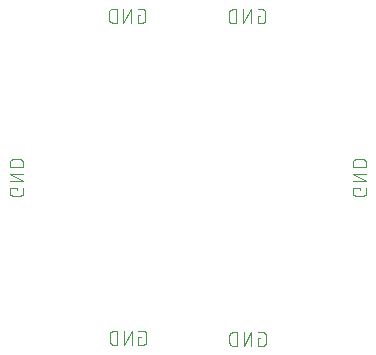
<source format=gbr>
G04 EAGLE Gerber X2 export*
%TF.Part,Single*%
%TF.FileFunction,Legend,Bot,1*%
%TF.FilePolarity,Positive*%
%TF.GenerationSoftware,Autodesk,EAGLE,8.7.1*%
%TF.CreationDate,2018-07-15T20:21:34Z*%
G75*
%MOMM*%
%FSLAX34Y34*%
%LPD*%
%AMOC8*
5,1,8,0,0,1.08239X$1,22.5*%
G01*
%ADD10C,0.101600*%


D10*
X407088Y483217D02*
X405140Y483217D01*
X405140Y476726D01*
X409035Y476726D01*
X409134Y476728D01*
X409234Y476734D01*
X409333Y476743D01*
X409431Y476756D01*
X409529Y476773D01*
X409627Y476794D01*
X409723Y476819D01*
X409818Y476847D01*
X409912Y476879D01*
X410005Y476914D01*
X410097Y476953D01*
X410187Y476996D01*
X410275Y477041D01*
X410362Y477091D01*
X410446Y477143D01*
X410529Y477199D01*
X410609Y477257D01*
X410687Y477319D01*
X410762Y477384D01*
X410835Y477452D01*
X410905Y477522D01*
X410973Y477595D01*
X411038Y477670D01*
X411100Y477748D01*
X411158Y477828D01*
X411214Y477911D01*
X411266Y477995D01*
X411316Y478082D01*
X411361Y478170D01*
X411404Y478260D01*
X411443Y478352D01*
X411478Y478445D01*
X411510Y478539D01*
X411538Y478634D01*
X411563Y478730D01*
X411584Y478828D01*
X411601Y478926D01*
X411614Y479024D01*
X411623Y479123D01*
X411629Y479223D01*
X411631Y479322D01*
X411632Y479322D02*
X411632Y485814D01*
X411631Y485814D02*
X411629Y485913D01*
X411623Y486013D01*
X411614Y486112D01*
X411601Y486210D01*
X411584Y486308D01*
X411563Y486406D01*
X411538Y486502D01*
X411510Y486597D01*
X411478Y486691D01*
X411443Y486784D01*
X411404Y486876D01*
X411361Y486966D01*
X411316Y487054D01*
X411266Y487141D01*
X411214Y487225D01*
X411158Y487308D01*
X411100Y487388D01*
X411038Y487466D01*
X410973Y487541D01*
X410905Y487614D01*
X410835Y487684D01*
X410762Y487752D01*
X410687Y487817D01*
X410609Y487879D01*
X410529Y487937D01*
X410446Y487993D01*
X410362Y488045D01*
X410275Y488095D01*
X410187Y488140D01*
X410097Y488183D01*
X410005Y488222D01*
X409912Y488257D01*
X409818Y488289D01*
X409723Y488317D01*
X409627Y488342D01*
X409529Y488363D01*
X409431Y488380D01*
X409333Y488393D01*
X409234Y488402D01*
X409134Y488408D01*
X409035Y488410D01*
X405140Y488410D01*
X399440Y488410D02*
X399440Y476726D01*
X392948Y476726D02*
X399440Y488410D01*
X392948Y488410D02*
X392948Y476726D01*
X387248Y476726D02*
X387248Y488410D01*
X384002Y488410D01*
X383889Y488408D01*
X383776Y488402D01*
X383663Y488392D01*
X383550Y488378D01*
X383438Y488361D01*
X383327Y488339D01*
X383217Y488314D01*
X383107Y488284D01*
X382999Y488251D01*
X382892Y488214D01*
X382786Y488174D01*
X382682Y488129D01*
X382579Y488081D01*
X382478Y488030D01*
X382379Y487975D01*
X382282Y487917D01*
X382187Y487855D01*
X382094Y487790D01*
X382004Y487722D01*
X381916Y487651D01*
X381830Y487576D01*
X381747Y487499D01*
X381667Y487419D01*
X381590Y487336D01*
X381515Y487250D01*
X381444Y487162D01*
X381376Y487072D01*
X381311Y486979D01*
X381249Y486884D01*
X381191Y486787D01*
X381136Y486688D01*
X381085Y486587D01*
X381037Y486484D01*
X380992Y486380D01*
X380952Y486274D01*
X380915Y486167D01*
X380882Y486059D01*
X380852Y485949D01*
X380827Y485839D01*
X380805Y485728D01*
X380788Y485616D01*
X380774Y485503D01*
X380764Y485390D01*
X380758Y485277D01*
X380756Y485164D01*
X380756Y479972D01*
X380758Y479859D01*
X380764Y479746D01*
X380774Y479633D01*
X380788Y479520D01*
X380805Y479408D01*
X380827Y479297D01*
X380852Y479187D01*
X380882Y479077D01*
X380915Y478969D01*
X380952Y478862D01*
X380992Y478756D01*
X381037Y478652D01*
X381085Y478549D01*
X381136Y478448D01*
X381191Y478349D01*
X381249Y478252D01*
X381311Y478157D01*
X381376Y478064D01*
X381444Y477974D01*
X381515Y477886D01*
X381590Y477800D01*
X381667Y477717D01*
X381747Y477637D01*
X381830Y477560D01*
X381916Y477485D01*
X382004Y477414D01*
X382094Y477346D01*
X382187Y477281D01*
X382282Y477219D01*
X382379Y477161D01*
X382478Y477106D01*
X382579Y477055D01*
X382682Y477007D01*
X382786Y476962D01*
X382892Y476922D01*
X382999Y476885D01*
X383107Y476852D01*
X383217Y476822D01*
X383327Y476797D01*
X383438Y476775D01*
X383550Y476758D01*
X383663Y476744D01*
X383776Y476734D01*
X383889Y476728D01*
X384002Y476726D01*
X387248Y476726D01*
X492049Y337254D02*
X492049Y335306D01*
X492049Y337254D02*
X485558Y337254D01*
X485558Y333359D01*
X485560Y333260D01*
X485566Y333160D01*
X485575Y333061D01*
X485588Y332963D01*
X485605Y332865D01*
X485626Y332767D01*
X485651Y332671D01*
X485679Y332576D01*
X485711Y332482D01*
X485746Y332389D01*
X485785Y332297D01*
X485828Y332207D01*
X485873Y332119D01*
X485923Y332032D01*
X485975Y331948D01*
X486031Y331865D01*
X486089Y331785D01*
X486151Y331707D01*
X486216Y331632D01*
X486284Y331559D01*
X486354Y331489D01*
X486427Y331421D01*
X486502Y331356D01*
X486580Y331294D01*
X486660Y331236D01*
X486743Y331180D01*
X486827Y331128D01*
X486914Y331078D01*
X487002Y331033D01*
X487092Y330990D01*
X487184Y330951D01*
X487277Y330916D01*
X487371Y330884D01*
X487466Y330856D01*
X487562Y330831D01*
X487660Y330810D01*
X487758Y330793D01*
X487856Y330780D01*
X487955Y330771D01*
X488055Y330765D01*
X488154Y330763D01*
X494646Y330763D01*
X494745Y330765D01*
X494845Y330771D01*
X494944Y330780D01*
X495042Y330793D01*
X495140Y330810D01*
X495238Y330831D01*
X495334Y330856D01*
X495429Y330884D01*
X495523Y330916D01*
X495616Y330951D01*
X495708Y330990D01*
X495798Y331033D01*
X495886Y331078D01*
X495973Y331128D01*
X496057Y331180D01*
X496140Y331236D01*
X496220Y331294D01*
X496298Y331356D01*
X496373Y331421D01*
X496446Y331489D01*
X496516Y331559D01*
X496584Y331632D01*
X496649Y331707D01*
X496711Y331785D01*
X496769Y331865D01*
X496825Y331948D01*
X496877Y332032D01*
X496927Y332119D01*
X496972Y332207D01*
X497015Y332297D01*
X497054Y332389D01*
X497089Y332481D01*
X497121Y332576D01*
X497149Y332671D01*
X497174Y332767D01*
X497195Y332865D01*
X497212Y332963D01*
X497225Y333061D01*
X497234Y333160D01*
X497240Y333260D01*
X497242Y333359D01*
X497242Y337254D01*
X497242Y342954D02*
X485558Y342954D01*
X485558Y349446D02*
X497242Y342954D01*
X497242Y349446D02*
X485558Y349446D01*
X485558Y355146D02*
X497242Y355146D01*
X497242Y358392D01*
X497240Y358505D01*
X497234Y358618D01*
X497224Y358731D01*
X497210Y358844D01*
X497193Y358956D01*
X497171Y359067D01*
X497146Y359177D01*
X497116Y359287D01*
X497083Y359395D01*
X497046Y359502D01*
X497006Y359608D01*
X496961Y359712D01*
X496913Y359815D01*
X496862Y359916D01*
X496807Y360015D01*
X496749Y360112D01*
X496687Y360207D01*
X496622Y360300D01*
X496554Y360390D01*
X496483Y360478D01*
X496408Y360564D01*
X496331Y360647D01*
X496251Y360727D01*
X496168Y360804D01*
X496082Y360879D01*
X495994Y360950D01*
X495904Y361018D01*
X495811Y361083D01*
X495716Y361145D01*
X495619Y361203D01*
X495520Y361258D01*
X495419Y361309D01*
X495316Y361357D01*
X495212Y361402D01*
X495106Y361442D01*
X494999Y361479D01*
X494891Y361512D01*
X494781Y361542D01*
X494671Y361567D01*
X494560Y361589D01*
X494448Y361606D01*
X494335Y361620D01*
X494222Y361630D01*
X494109Y361636D01*
X493996Y361638D01*
X488804Y361638D01*
X488691Y361636D01*
X488578Y361630D01*
X488465Y361620D01*
X488352Y361606D01*
X488240Y361589D01*
X488129Y361567D01*
X488019Y361542D01*
X487909Y361512D01*
X487801Y361479D01*
X487694Y361442D01*
X487588Y361402D01*
X487484Y361357D01*
X487381Y361309D01*
X487280Y361258D01*
X487181Y361203D01*
X487084Y361145D01*
X486989Y361083D01*
X486896Y361018D01*
X486806Y360950D01*
X486718Y360879D01*
X486632Y360804D01*
X486549Y360727D01*
X486469Y360647D01*
X486392Y360564D01*
X486317Y360478D01*
X486246Y360390D01*
X486178Y360300D01*
X486113Y360207D01*
X486051Y360112D01*
X485993Y360015D01*
X485938Y359916D01*
X485887Y359815D01*
X485839Y359712D01*
X485794Y359608D01*
X485754Y359502D01*
X485717Y359395D01*
X485684Y359287D01*
X485654Y359177D01*
X485629Y359067D01*
X485607Y358956D01*
X485590Y358844D01*
X485576Y358731D01*
X485566Y358618D01*
X485560Y358505D01*
X485558Y358392D01*
X485558Y355146D01*
X407596Y209973D02*
X405648Y209973D01*
X405648Y203482D01*
X409543Y203482D01*
X409642Y203484D01*
X409742Y203490D01*
X409841Y203499D01*
X409939Y203512D01*
X410037Y203529D01*
X410135Y203550D01*
X410231Y203575D01*
X410326Y203603D01*
X410420Y203635D01*
X410513Y203670D01*
X410605Y203709D01*
X410695Y203752D01*
X410783Y203797D01*
X410870Y203847D01*
X410954Y203899D01*
X411037Y203955D01*
X411117Y204013D01*
X411195Y204075D01*
X411270Y204140D01*
X411343Y204208D01*
X411413Y204278D01*
X411481Y204351D01*
X411546Y204426D01*
X411608Y204504D01*
X411666Y204584D01*
X411722Y204667D01*
X411774Y204751D01*
X411824Y204838D01*
X411869Y204926D01*
X411912Y205016D01*
X411951Y205108D01*
X411986Y205201D01*
X412018Y205295D01*
X412046Y205390D01*
X412071Y205486D01*
X412092Y205584D01*
X412109Y205682D01*
X412122Y205780D01*
X412131Y205879D01*
X412137Y205979D01*
X412139Y206078D01*
X412140Y206078D02*
X412140Y212570D01*
X412139Y212570D02*
X412137Y212669D01*
X412131Y212769D01*
X412122Y212868D01*
X412109Y212966D01*
X412092Y213064D01*
X412071Y213162D01*
X412046Y213258D01*
X412018Y213353D01*
X411986Y213447D01*
X411951Y213540D01*
X411912Y213632D01*
X411869Y213722D01*
X411824Y213810D01*
X411774Y213897D01*
X411722Y213981D01*
X411666Y214064D01*
X411608Y214144D01*
X411546Y214222D01*
X411481Y214297D01*
X411413Y214370D01*
X411343Y214440D01*
X411270Y214508D01*
X411195Y214573D01*
X411117Y214635D01*
X411037Y214693D01*
X410954Y214749D01*
X410870Y214801D01*
X410783Y214851D01*
X410695Y214896D01*
X410605Y214939D01*
X410513Y214978D01*
X410420Y215013D01*
X410326Y215045D01*
X410231Y215073D01*
X410135Y215098D01*
X410037Y215119D01*
X409939Y215136D01*
X409841Y215149D01*
X409742Y215158D01*
X409642Y215164D01*
X409543Y215166D01*
X405648Y215166D01*
X399948Y215166D02*
X399948Y203482D01*
X393456Y203482D02*
X399948Y215166D01*
X393456Y215166D02*
X393456Y203482D01*
X387756Y203482D02*
X387756Y215166D01*
X384510Y215166D01*
X384397Y215164D01*
X384284Y215158D01*
X384171Y215148D01*
X384058Y215134D01*
X383946Y215117D01*
X383835Y215095D01*
X383725Y215070D01*
X383615Y215040D01*
X383507Y215007D01*
X383400Y214970D01*
X383294Y214930D01*
X383190Y214885D01*
X383087Y214837D01*
X382986Y214786D01*
X382887Y214731D01*
X382790Y214673D01*
X382695Y214611D01*
X382602Y214546D01*
X382512Y214478D01*
X382424Y214407D01*
X382338Y214332D01*
X382255Y214255D01*
X382175Y214175D01*
X382098Y214092D01*
X382023Y214006D01*
X381952Y213918D01*
X381884Y213828D01*
X381819Y213735D01*
X381757Y213640D01*
X381699Y213543D01*
X381644Y213444D01*
X381593Y213343D01*
X381545Y213240D01*
X381500Y213136D01*
X381460Y213030D01*
X381423Y212923D01*
X381390Y212815D01*
X381360Y212705D01*
X381335Y212595D01*
X381313Y212484D01*
X381296Y212372D01*
X381282Y212259D01*
X381272Y212146D01*
X381266Y212033D01*
X381264Y211920D01*
X381264Y206728D01*
X381266Y206615D01*
X381272Y206502D01*
X381282Y206389D01*
X381296Y206276D01*
X381313Y206164D01*
X381335Y206053D01*
X381360Y205943D01*
X381390Y205833D01*
X381423Y205725D01*
X381460Y205618D01*
X381500Y205512D01*
X381545Y205408D01*
X381593Y205305D01*
X381644Y205204D01*
X381699Y205105D01*
X381757Y205008D01*
X381819Y204913D01*
X381884Y204820D01*
X381952Y204730D01*
X382023Y204642D01*
X382098Y204556D01*
X382175Y204473D01*
X382255Y204393D01*
X382338Y204316D01*
X382424Y204241D01*
X382512Y204170D01*
X382602Y204102D01*
X382695Y204037D01*
X382790Y203975D01*
X382887Y203917D01*
X382986Y203862D01*
X383087Y203811D01*
X383190Y203763D01*
X383294Y203718D01*
X383400Y203678D01*
X383507Y203641D01*
X383615Y203608D01*
X383725Y203578D01*
X383835Y203553D01*
X383946Y203531D01*
X384058Y203514D01*
X384171Y203500D01*
X384284Y203490D01*
X384397Y203484D01*
X384510Y203482D01*
X387756Y203482D01*
X201649Y335306D02*
X201649Y337254D01*
X195158Y337254D01*
X195158Y333359D01*
X195160Y333260D01*
X195166Y333160D01*
X195175Y333061D01*
X195188Y332963D01*
X195205Y332865D01*
X195226Y332767D01*
X195251Y332671D01*
X195279Y332576D01*
X195311Y332482D01*
X195346Y332389D01*
X195385Y332297D01*
X195428Y332207D01*
X195473Y332119D01*
X195523Y332032D01*
X195575Y331948D01*
X195631Y331865D01*
X195689Y331785D01*
X195751Y331707D01*
X195816Y331632D01*
X195884Y331559D01*
X195954Y331489D01*
X196027Y331421D01*
X196102Y331356D01*
X196180Y331294D01*
X196260Y331236D01*
X196343Y331180D01*
X196427Y331128D01*
X196514Y331078D01*
X196602Y331033D01*
X196692Y330990D01*
X196784Y330951D01*
X196877Y330916D01*
X196971Y330884D01*
X197066Y330856D01*
X197162Y330831D01*
X197260Y330810D01*
X197358Y330793D01*
X197456Y330780D01*
X197555Y330771D01*
X197655Y330765D01*
X197754Y330763D01*
X204246Y330763D01*
X204345Y330765D01*
X204445Y330771D01*
X204544Y330780D01*
X204642Y330793D01*
X204740Y330810D01*
X204838Y330831D01*
X204934Y330856D01*
X205029Y330884D01*
X205123Y330916D01*
X205216Y330951D01*
X205308Y330990D01*
X205398Y331033D01*
X205486Y331078D01*
X205573Y331128D01*
X205657Y331180D01*
X205740Y331236D01*
X205820Y331294D01*
X205898Y331356D01*
X205973Y331421D01*
X206046Y331489D01*
X206116Y331559D01*
X206184Y331632D01*
X206249Y331707D01*
X206311Y331785D01*
X206369Y331865D01*
X206425Y331948D01*
X206477Y332032D01*
X206527Y332119D01*
X206572Y332207D01*
X206615Y332297D01*
X206654Y332389D01*
X206689Y332481D01*
X206721Y332576D01*
X206749Y332671D01*
X206774Y332767D01*
X206795Y332865D01*
X206812Y332963D01*
X206825Y333061D01*
X206834Y333160D01*
X206840Y333260D01*
X206842Y333359D01*
X206842Y337254D01*
X206842Y342954D02*
X195158Y342954D01*
X195158Y349446D02*
X206842Y342954D01*
X206842Y349446D02*
X195158Y349446D01*
X195158Y355146D02*
X206842Y355146D01*
X206842Y358392D01*
X206840Y358505D01*
X206834Y358618D01*
X206824Y358731D01*
X206810Y358844D01*
X206793Y358956D01*
X206771Y359067D01*
X206746Y359177D01*
X206716Y359287D01*
X206683Y359395D01*
X206646Y359502D01*
X206606Y359608D01*
X206561Y359712D01*
X206513Y359815D01*
X206462Y359916D01*
X206407Y360015D01*
X206349Y360112D01*
X206287Y360207D01*
X206222Y360300D01*
X206154Y360390D01*
X206083Y360478D01*
X206008Y360564D01*
X205931Y360647D01*
X205851Y360727D01*
X205768Y360804D01*
X205682Y360879D01*
X205594Y360950D01*
X205504Y361018D01*
X205411Y361083D01*
X205316Y361145D01*
X205219Y361203D01*
X205120Y361258D01*
X205019Y361309D01*
X204916Y361357D01*
X204812Y361402D01*
X204706Y361442D01*
X204599Y361479D01*
X204491Y361512D01*
X204381Y361542D01*
X204271Y361567D01*
X204160Y361589D01*
X204048Y361606D01*
X203935Y361620D01*
X203822Y361630D01*
X203709Y361636D01*
X203596Y361638D01*
X198404Y361638D01*
X198291Y361636D01*
X198178Y361630D01*
X198065Y361620D01*
X197952Y361606D01*
X197840Y361589D01*
X197729Y361567D01*
X197619Y361542D01*
X197509Y361512D01*
X197401Y361479D01*
X197294Y361442D01*
X197188Y361402D01*
X197084Y361357D01*
X196981Y361309D01*
X196880Y361258D01*
X196781Y361203D01*
X196684Y361145D01*
X196589Y361083D01*
X196496Y361018D01*
X196406Y360950D01*
X196318Y360879D01*
X196232Y360804D01*
X196149Y360727D01*
X196069Y360647D01*
X195992Y360564D01*
X195917Y360478D01*
X195846Y360390D01*
X195778Y360300D01*
X195713Y360207D01*
X195651Y360112D01*
X195593Y360015D01*
X195538Y359916D01*
X195487Y359815D01*
X195439Y359712D01*
X195394Y359608D01*
X195354Y359502D01*
X195317Y359395D01*
X195284Y359287D01*
X195254Y359177D01*
X195229Y359067D01*
X195207Y358956D01*
X195190Y358844D01*
X195176Y358731D01*
X195166Y358618D01*
X195160Y358505D01*
X195158Y358392D01*
X195158Y355146D01*
X303628Y483725D02*
X305576Y483725D01*
X303628Y483725D02*
X303628Y477234D01*
X307523Y477234D01*
X307622Y477236D01*
X307722Y477242D01*
X307821Y477251D01*
X307919Y477264D01*
X308017Y477281D01*
X308115Y477302D01*
X308211Y477327D01*
X308306Y477355D01*
X308400Y477387D01*
X308493Y477422D01*
X308585Y477461D01*
X308675Y477504D01*
X308763Y477549D01*
X308850Y477599D01*
X308934Y477651D01*
X309017Y477707D01*
X309097Y477765D01*
X309175Y477827D01*
X309250Y477892D01*
X309323Y477960D01*
X309393Y478030D01*
X309461Y478103D01*
X309526Y478178D01*
X309588Y478256D01*
X309646Y478336D01*
X309702Y478419D01*
X309754Y478503D01*
X309804Y478590D01*
X309849Y478678D01*
X309892Y478768D01*
X309931Y478860D01*
X309966Y478953D01*
X309998Y479047D01*
X310026Y479142D01*
X310051Y479238D01*
X310072Y479336D01*
X310089Y479434D01*
X310102Y479532D01*
X310111Y479631D01*
X310117Y479731D01*
X310119Y479830D01*
X310120Y479830D02*
X310120Y486322D01*
X310119Y486322D02*
X310117Y486421D01*
X310111Y486521D01*
X310102Y486620D01*
X310089Y486718D01*
X310072Y486816D01*
X310051Y486914D01*
X310026Y487010D01*
X309998Y487105D01*
X309966Y487199D01*
X309931Y487292D01*
X309892Y487384D01*
X309849Y487474D01*
X309804Y487562D01*
X309754Y487649D01*
X309702Y487733D01*
X309646Y487816D01*
X309588Y487896D01*
X309526Y487974D01*
X309461Y488049D01*
X309393Y488122D01*
X309323Y488192D01*
X309250Y488260D01*
X309175Y488325D01*
X309097Y488387D01*
X309017Y488445D01*
X308934Y488501D01*
X308850Y488553D01*
X308763Y488603D01*
X308675Y488648D01*
X308585Y488691D01*
X308493Y488730D01*
X308400Y488765D01*
X308306Y488797D01*
X308211Y488825D01*
X308115Y488850D01*
X308017Y488871D01*
X307919Y488888D01*
X307821Y488901D01*
X307722Y488910D01*
X307622Y488916D01*
X307523Y488918D01*
X303628Y488918D01*
X297928Y488918D02*
X297928Y477234D01*
X291436Y477234D02*
X297928Y488918D01*
X291436Y488918D02*
X291436Y477234D01*
X285736Y477234D02*
X285736Y488918D01*
X282490Y488918D01*
X282377Y488916D01*
X282264Y488910D01*
X282151Y488900D01*
X282038Y488886D01*
X281926Y488869D01*
X281815Y488847D01*
X281705Y488822D01*
X281595Y488792D01*
X281487Y488759D01*
X281380Y488722D01*
X281274Y488682D01*
X281170Y488637D01*
X281067Y488589D01*
X280966Y488538D01*
X280867Y488483D01*
X280770Y488425D01*
X280675Y488363D01*
X280582Y488298D01*
X280492Y488230D01*
X280404Y488159D01*
X280318Y488084D01*
X280235Y488007D01*
X280155Y487927D01*
X280078Y487844D01*
X280003Y487758D01*
X279932Y487670D01*
X279864Y487580D01*
X279799Y487487D01*
X279737Y487392D01*
X279679Y487295D01*
X279624Y487196D01*
X279573Y487095D01*
X279525Y486992D01*
X279480Y486888D01*
X279440Y486782D01*
X279403Y486675D01*
X279370Y486567D01*
X279340Y486457D01*
X279315Y486347D01*
X279293Y486236D01*
X279276Y486124D01*
X279262Y486011D01*
X279252Y485898D01*
X279246Y485785D01*
X279244Y485672D01*
X279244Y480480D01*
X279246Y480367D01*
X279252Y480254D01*
X279262Y480141D01*
X279276Y480028D01*
X279293Y479916D01*
X279315Y479805D01*
X279340Y479695D01*
X279370Y479585D01*
X279403Y479477D01*
X279440Y479370D01*
X279480Y479264D01*
X279525Y479160D01*
X279573Y479057D01*
X279624Y478956D01*
X279679Y478857D01*
X279737Y478760D01*
X279799Y478665D01*
X279864Y478572D01*
X279932Y478482D01*
X280003Y478394D01*
X280078Y478308D01*
X280155Y478225D01*
X280235Y478145D01*
X280318Y478068D01*
X280404Y477993D01*
X280492Y477922D01*
X280582Y477854D01*
X280675Y477789D01*
X280770Y477727D01*
X280867Y477669D01*
X280966Y477614D01*
X281067Y477563D01*
X281170Y477515D01*
X281274Y477470D01*
X281380Y477430D01*
X281487Y477393D01*
X281595Y477360D01*
X281705Y477330D01*
X281815Y477305D01*
X281926Y477283D01*
X282038Y477266D01*
X282151Y477252D01*
X282264Y477242D01*
X282377Y477236D01*
X282490Y477234D01*
X285736Y477234D01*
X304302Y210929D02*
X306250Y210929D01*
X304302Y210929D02*
X304302Y204438D01*
X308197Y204438D01*
X308296Y204440D01*
X308396Y204446D01*
X308495Y204455D01*
X308593Y204468D01*
X308691Y204485D01*
X308789Y204506D01*
X308885Y204531D01*
X308980Y204559D01*
X309074Y204591D01*
X309167Y204626D01*
X309259Y204665D01*
X309349Y204708D01*
X309437Y204753D01*
X309524Y204803D01*
X309608Y204855D01*
X309691Y204911D01*
X309771Y204969D01*
X309849Y205031D01*
X309924Y205096D01*
X309997Y205164D01*
X310067Y205234D01*
X310135Y205307D01*
X310200Y205382D01*
X310262Y205460D01*
X310320Y205540D01*
X310376Y205623D01*
X310428Y205707D01*
X310478Y205794D01*
X310523Y205882D01*
X310566Y205972D01*
X310605Y206064D01*
X310640Y206157D01*
X310672Y206251D01*
X310700Y206346D01*
X310725Y206442D01*
X310746Y206540D01*
X310763Y206638D01*
X310776Y206736D01*
X310785Y206835D01*
X310791Y206935D01*
X310793Y207034D01*
X310794Y207034D02*
X310794Y213526D01*
X310793Y213526D02*
X310791Y213625D01*
X310785Y213725D01*
X310776Y213824D01*
X310763Y213922D01*
X310746Y214020D01*
X310725Y214118D01*
X310700Y214214D01*
X310672Y214309D01*
X310640Y214403D01*
X310605Y214496D01*
X310566Y214588D01*
X310523Y214678D01*
X310478Y214766D01*
X310428Y214853D01*
X310376Y214937D01*
X310320Y215020D01*
X310262Y215100D01*
X310200Y215178D01*
X310135Y215253D01*
X310067Y215326D01*
X309997Y215396D01*
X309924Y215464D01*
X309849Y215529D01*
X309771Y215591D01*
X309691Y215649D01*
X309608Y215705D01*
X309524Y215757D01*
X309437Y215807D01*
X309349Y215852D01*
X309259Y215895D01*
X309167Y215934D01*
X309074Y215969D01*
X308980Y216001D01*
X308885Y216029D01*
X308789Y216054D01*
X308691Y216075D01*
X308593Y216092D01*
X308495Y216105D01*
X308396Y216114D01*
X308296Y216120D01*
X308197Y216122D01*
X304302Y216122D01*
X298602Y216122D02*
X298602Y204438D01*
X292110Y204438D02*
X298602Y216122D01*
X292110Y216122D02*
X292110Y204438D01*
X286410Y204438D02*
X286410Y216122D01*
X283164Y216122D01*
X283051Y216120D01*
X282938Y216114D01*
X282825Y216104D01*
X282712Y216090D01*
X282600Y216073D01*
X282489Y216051D01*
X282379Y216026D01*
X282269Y215996D01*
X282161Y215963D01*
X282054Y215926D01*
X281948Y215886D01*
X281844Y215841D01*
X281741Y215793D01*
X281640Y215742D01*
X281541Y215687D01*
X281444Y215629D01*
X281349Y215567D01*
X281256Y215502D01*
X281166Y215434D01*
X281078Y215363D01*
X280992Y215288D01*
X280909Y215211D01*
X280829Y215131D01*
X280752Y215048D01*
X280677Y214962D01*
X280606Y214874D01*
X280538Y214784D01*
X280473Y214691D01*
X280411Y214596D01*
X280353Y214499D01*
X280298Y214400D01*
X280247Y214299D01*
X280199Y214196D01*
X280154Y214092D01*
X280114Y213986D01*
X280077Y213879D01*
X280044Y213771D01*
X280014Y213661D01*
X279989Y213551D01*
X279967Y213440D01*
X279950Y213328D01*
X279936Y213215D01*
X279926Y213102D01*
X279920Y212989D01*
X279918Y212876D01*
X279918Y207684D01*
X279920Y207571D01*
X279926Y207458D01*
X279936Y207345D01*
X279950Y207232D01*
X279967Y207120D01*
X279989Y207009D01*
X280014Y206899D01*
X280044Y206789D01*
X280077Y206681D01*
X280114Y206574D01*
X280154Y206468D01*
X280199Y206364D01*
X280247Y206261D01*
X280298Y206160D01*
X280353Y206061D01*
X280411Y205964D01*
X280473Y205869D01*
X280538Y205776D01*
X280606Y205686D01*
X280677Y205598D01*
X280752Y205512D01*
X280829Y205429D01*
X280909Y205349D01*
X280992Y205272D01*
X281078Y205197D01*
X281166Y205126D01*
X281256Y205058D01*
X281349Y204993D01*
X281444Y204931D01*
X281541Y204873D01*
X281640Y204818D01*
X281741Y204767D01*
X281844Y204719D01*
X281948Y204674D01*
X282054Y204634D01*
X282161Y204597D01*
X282269Y204564D01*
X282379Y204534D01*
X282489Y204509D01*
X282600Y204487D01*
X282712Y204470D01*
X282825Y204456D01*
X282938Y204446D01*
X283051Y204440D01*
X283164Y204438D01*
X286410Y204438D01*
M02*

</source>
